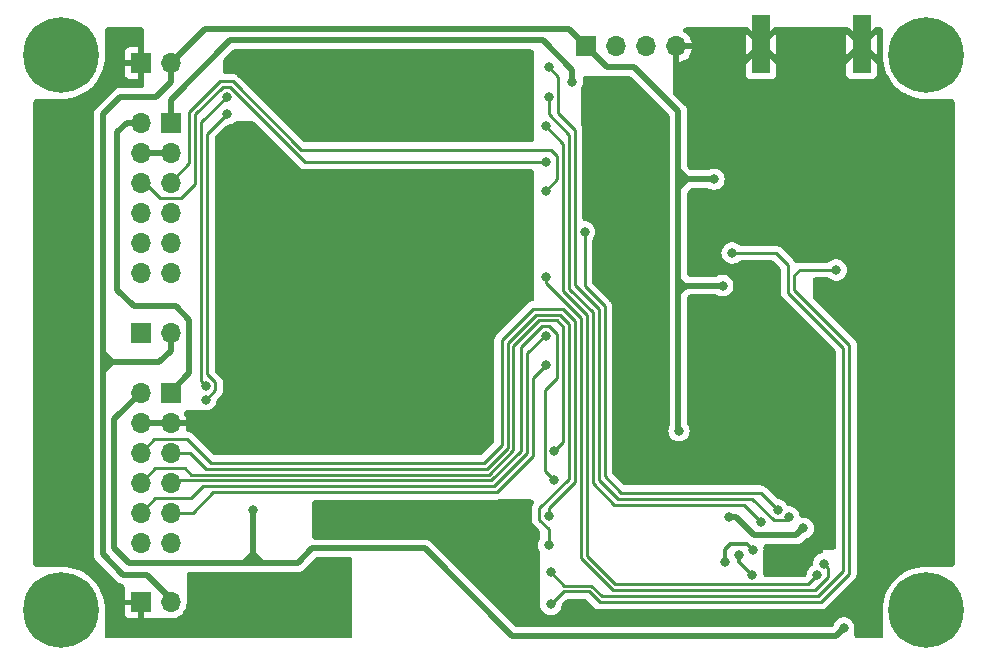
<source format=gbr>
%TF.GenerationSoftware,KiCad,Pcbnew,8.0.0*%
%TF.CreationDate,2024-02-29T15:38:19+07:00*%
%TF.ProjectId,PicoRX-ADC,5069636f-5258-42d4-9144-432e6b696361,rev?*%
%TF.SameCoordinates,PX79d4f70PY6146580*%
%TF.FileFunction,Copper,L2,Bot*%
%TF.FilePolarity,Positive*%
%FSLAX46Y46*%
G04 Gerber Fmt 4.6, Leading zero omitted, Abs format (unit mm)*
G04 Created by KiCad (PCBNEW 8.0.0) date 2024-02-29 15:38:19*
%MOMM*%
%LPD*%
G01*
G04 APERTURE LIST*
%TA.AperFunction,ComponentPad*%
%ADD10C,0.800000*%
%TD*%
%TA.AperFunction,ComponentPad*%
%ADD11C,6.400000*%
%TD*%
%TA.AperFunction,ComponentPad*%
%ADD12R,1.700000X1.700000*%
%TD*%
%TA.AperFunction,ComponentPad*%
%ADD13O,1.700000X1.700000*%
%TD*%
%TA.AperFunction,SMDPad,CuDef*%
%ADD14R,1.600000X4.900000*%
%TD*%
%TA.AperFunction,ViaPad*%
%ADD15C,0.800000*%
%TD*%
%TA.AperFunction,Conductor*%
%ADD16C,0.500000*%
%TD*%
%TA.AperFunction,Conductor*%
%ADD17C,0.300000*%
%TD*%
%TA.AperFunction,Conductor*%
%ADD18C,0.250000*%
%TD*%
G04 APERTURE END LIST*
D10*
%TO.P,REF\u002A\u002A,1*%
%TO.N,N/C*%
X1100000Y3500000D03*
X1802944Y5197056D03*
X1802944Y1802944D03*
X3500000Y5900000D03*
D11*
X3500000Y3500000D03*
D10*
X3500000Y1100000D03*
X5197056Y5197056D03*
X5197056Y1802944D03*
X5900000Y3500000D03*
%TD*%
D12*
%TO.P,J4,1,Pin_1*%
%TO.N,GND*%
X10210000Y49830000D03*
D13*
%TO.P,J4,2,Pin_2*%
%TO.N,+5V*%
X12750000Y49830000D03*
%TD*%
D12*
%TO.P,J3,1,Pin_1*%
%TO.N,+3.3V*%
X12750000Y21920000D03*
D13*
%TO.P,J3,2,Pin_2*%
X10210000Y21920000D03*
%TO.P,J3,3,Pin_3*%
%TO.N,GND*%
X12750000Y19380000D03*
%TO.P,J3,4,Pin_4*%
X10210000Y19380000D03*
%TO.P,J3,5,Pin_5*%
%TO.N,GPIO2*%
X12750000Y16840000D03*
%TO.P,J3,6,Pin_6*%
%TO.N,GPIO3*%
X10210000Y16840000D03*
%TO.P,J3,7,Pin_7*%
%TO.N,GPIO4*%
X12750000Y14300000D03*
%TO.P,J3,8,Pin_8*%
%TO.N,GPIO5*%
X10210000Y14300000D03*
%TO.P,J3,9,Pin_9*%
%TO.N,GPIO6*%
X12750000Y11760000D03*
%TO.P,J3,10,Pin_10*%
%TO.N,GPIO7*%
X10210000Y11760000D03*
%TO.P,J3,11,Pin_11*%
%TO.N,GPIO16*%
X12750000Y9220000D03*
%TO.P,J3,12,Pin_12*%
%TO.N,GPIO17*%
X10210000Y9220000D03*
%TD*%
D10*
%TO.P,REF\u002A\u002A,1*%
%TO.N,N/C*%
X74350000Y50500000D03*
X75052944Y52197056D03*
X75052944Y48802944D03*
X76750000Y52900000D03*
D11*
X76750000Y50500000D03*
D10*
X76750000Y48100000D03*
X78447056Y52197056D03*
X78447056Y48802944D03*
X79150000Y50500000D03*
%TD*%
D12*
%TO.P,J1,1,Pin_1*%
%TO.N,+5V*%
X47960000Y51250000D03*
D13*
%TO.P,J1,2,Pin_2*%
%TO.N,SWCLK*%
X50500000Y51250000D03*
%TO.P,J1,3,Pin_3*%
%TO.N,SWDIO*%
X53040000Y51250000D03*
%TO.P,J1,4,Pin_4*%
%TO.N,GND*%
X55580000Y51250000D03*
%TD*%
D10*
%TO.P,REF\u002A\u002A,1*%
%TO.N,N/C*%
X1100000Y50500000D03*
X1802944Y52197056D03*
X1802944Y48802944D03*
X3500000Y52900000D03*
D11*
X3500000Y50500000D03*
D10*
X3500000Y48100000D03*
X5197056Y52197056D03*
X5197056Y48802944D03*
X5900000Y50500000D03*
%TD*%
%TO.P,REF\u002A\u002A,1*%
%TO.N,N/C*%
X74350000Y3500000D03*
X75052944Y5197056D03*
X75052944Y1802944D03*
X76750000Y5900000D03*
D11*
X76750000Y3500000D03*
D10*
X76750000Y1100000D03*
X78447056Y5197056D03*
X78447056Y1802944D03*
X79150000Y3500000D03*
%TD*%
D12*
%TO.P,J5,1,Pin_1*%
%TO.N,+3.3V*%
X12750000Y44780000D03*
D13*
%TO.P,J5,2,Pin_2*%
X10210000Y44780000D03*
%TO.P,J5,3,Pin_3*%
%TO.N,GND*%
X12750000Y42240000D03*
%TO.P,J5,4,Pin_4*%
X10210000Y42240000D03*
%TO.P,J5,5,Pin_5*%
%TO.N,GPIO11*%
X12750000Y39700000D03*
%TO.P,J5,6,Pin_6*%
%TO.N,GPIO12*%
X10210000Y39700000D03*
%TO.P,J5,7,Pin_7*%
%TO.N,GPIO18*%
X12750000Y37160000D03*
%TO.P,J5,8,Pin_8*%
%TO.N,GPIO19*%
X10210000Y37160000D03*
%TO.P,J5,9,Pin_9*%
%TO.N,GPIO20*%
X12750000Y34620000D03*
%TO.P,J5,10,Pin_10*%
%TO.N,GPIO21*%
X10210000Y34620000D03*
%TO.P,J5,11,Pin_11*%
%TO.N,GPIO22*%
X12750000Y32080000D03*
%TO.P,J5,12,Pin_12*%
%TO.N,GPIO28*%
X10210000Y32080000D03*
%TD*%
D14*
%TO.P,J7,2,2*%
%TO.N,GND*%
X71250000Y51425000D03*
X62750000Y51425000D03*
%TD*%
D12*
%TO.P,J6,1,Pin_1*%
%TO.N,GND*%
X10210000Y4170000D03*
D13*
%TO.P,J6,2,Pin_2*%
%TO.N,+5V*%
X12750000Y4170000D03*
%TD*%
D12*
%TO.P,J2,1,Pin_1*%
%TO.N,GND*%
X10210000Y27000000D03*
D13*
%TO.P,J2,2,Pin_2*%
%TO.N,+5V*%
X12750000Y27000000D03*
%TD*%
D15*
%TO.N,+3.3V*%
X60000000Y11400000D03*
X66300000Y10450000D03*
X69750000Y2000000D03*
X19750000Y12000000D03*
X46750000Y48250000D03*
%TO.N,+5V*%
X59500000Y31000000D03*
X58750000Y40000000D03*
X55800000Y18700000D03*
%TO.N,ADC_RX_I*%
X59650000Y7600000D03*
X62050000Y8650000D03*
%TO.N,SCLK*%
X44750000Y47000000D03*
X62750000Y11000000D03*
%TO.N,ADC_RX_Q*%
X60875000Y8225000D03*
X61950000Y6500000D03*
%TO.N,~{CS}*%
X44500000Y44500000D03*
X67500000Y6500000D03*
%TO.N,CHSEL*%
X68050000Y7450000D03*
X44500000Y31750000D03*
%TO.N,SDATA_B*%
X47800000Y35550000D03*
X64150000Y12000000D03*
%TO.N,SDATA_A*%
X65100000Y11400000D03*
X44750000Y49500000D03*
%TO.N,GND*%
X50800000Y27950000D03*
X78500000Y28470000D03*
X64200000Y17800000D03*
X65750000Y51750000D03*
X58750000Y33250000D03*
X78500000Y31010000D03*
X50965000Y39750000D03*
X1750000Y20850000D03*
X1750000Y43710000D03*
X17600000Y33200000D03*
X69250000Y40000000D03*
X25250000Y10250000D03*
X1750000Y28470000D03*
X68750000Y45250000D03*
X71250000Y15000000D03*
X25250000Y22000000D03*
X36250000Y21250000D03*
X25250000Y17250000D03*
X18750000Y44500000D03*
X48250000Y48250000D03*
X78500000Y38630000D03*
X35000000Y12250000D03*
X39250000Y36500000D03*
X78500000Y20850000D03*
X32750000Y24500000D03*
X72750000Y10250000D03*
X39250000Y46750000D03*
X66500000Y43500000D03*
X58500000Y2500000D03*
X1750000Y15770000D03*
X39250000Y21250000D03*
X39250000Y8250000D03*
X39250000Y23750000D03*
X78500000Y18310000D03*
X78500000Y8150000D03*
X25250000Y40000000D03*
X47250000Y3750000D03*
X54500000Y24750000D03*
X78500000Y25930000D03*
X17750000Y43750000D03*
X56000000Y48750000D03*
X78500000Y33550000D03*
X64500000Y51250000D03*
X57000000Y24750000D03*
X71000000Y27000000D03*
X60750000Y48750000D03*
X48250000Y39750000D03*
X35000000Y10250000D03*
X66650000Y11800000D03*
X60750000Y50500000D03*
X32000000Y36500000D03*
X58500000Y48750000D03*
X32000000Y30250000D03*
X39250000Y6250000D03*
X62500000Y24500000D03*
X1750000Y41170000D03*
X39250000Y27000000D03*
X78500000Y41170000D03*
X66500000Y41500000D03*
X27750000Y50500000D03*
X15500000Y4250000D03*
X56250000Y2500000D03*
X61250000Y41500000D03*
X78500000Y23390000D03*
X1750000Y38630000D03*
X62650000Y17800000D03*
X30000000Y12250000D03*
X62650000Y19300000D03*
X39250000Y30250000D03*
X68250000Y50250000D03*
X25250000Y50500000D03*
X78500000Y36090000D03*
X1750000Y31010000D03*
X39250000Y10250000D03*
X17000000Y42500000D03*
X51000000Y31500000D03*
X78500000Y15770000D03*
X78500000Y43710000D03*
X18750000Y34250000D03*
X69000000Y30500000D03*
X64000000Y24500000D03*
X53250000Y24750000D03*
X58500000Y38000000D03*
X57000000Y27250000D03*
X30250000Y22000000D03*
X1750000Y23390000D03*
X25250000Y12250000D03*
X25250000Y33400000D03*
X1750000Y8150000D03*
X1750000Y10690000D03*
X78500000Y46250000D03*
X39250000Y12250000D03*
X1750000Y13230000D03*
X48250000Y37000000D03*
X51000000Y38500000D03*
X32000000Y33500000D03*
X32000000Y46750000D03*
X25250000Y2250000D03*
X66250000Y14000000D03*
X25250000Y30250000D03*
X17600000Y49650000D03*
X66500000Y45250000D03*
X30000000Y10250000D03*
X66250000Y12750000D03*
X1750000Y18310000D03*
X1750000Y33550000D03*
X71250000Y17750000D03*
X59500000Y24500000D03*
X1750000Y46250000D03*
X32000000Y40000000D03*
X25250000Y43750000D03*
X15500000Y6250000D03*
X71250000Y23750000D03*
X53000000Y2500000D03*
X61250000Y44750000D03*
X60200000Y32350000D03*
X1750000Y36090000D03*
X25250000Y6500000D03*
X72250000Y3750000D03*
X35250000Y17250000D03*
X48250000Y42250000D03*
X32250000Y49000000D03*
X25250000Y46750000D03*
X25250000Y19500000D03*
X67600000Y2600000D03*
X78500000Y13230000D03*
X39250000Y40000000D03*
X39250000Y33250000D03*
X51000000Y34500000D03*
X32000000Y27000000D03*
X78500000Y10690000D03*
X68250000Y52250000D03*
X51250000Y48250000D03*
X51750000Y24750000D03*
X25250000Y36500000D03*
X39250000Y43750000D03*
X1750000Y25930000D03*
X69000000Y29000000D03*
X64500000Y7500000D03*
X25250000Y27000000D03*
X72250000Y1600000D03*
X60750000Y52500000D03*
X71250000Y20500000D03*
X33000000Y19500000D03*
X61250000Y43000000D03*
X68500000Y2600000D03*
X32000000Y43750000D03*
X49000000Y32500000D03*
X70250000Y46750000D03*
X49000000Y2500000D03*
%TO.N,GPIO4*%
X45250000Y14500000D03*
%TO.N,GPIO16*%
X15750000Y22500000D03*
X17500000Y47000000D03*
%TO.N,GPIO5*%
X45250000Y17000000D03*
%TO.N,GPIO12*%
X44500000Y41500000D03*
%TO.N,GPIO2*%
X44750000Y9000000D03*
%TO.N,GPIO3*%
X44750000Y11500000D03*
%TO.N,GPIO11*%
X44500000Y39000000D03*
%TO.N,GPIO17*%
X15750000Y21350000D03*
X17500000Y45500000D03*
%TO.N,GPIO7*%
X44500000Y26750000D03*
%TO.N,GPIO6*%
X44500000Y24250000D03*
%TO.N,LO_I*%
X44950000Y6750000D03*
X60300000Y33750000D03*
%TO.N,LO_Q*%
X44950000Y4000000D03*
X69117500Y32325000D03*
%TD*%
D16*
%TO.N,+3.3V*%
X19750000Y8250000D02*
X20500000Y7500000D01*
X8250000Y30625000D02*
X8250000Y44000000D01*
X23500000Y7500000D02*
X24750000Y8750000D01*
X20500000Y7500000D02*
X21250000Y7500000D01*
X21250000Y7500000D02*
X23500000Y7500000D01*
X9250000Y7500000D02*
X8000000Y8750000D01*
X44250000Y51750000D02*
X17750000Y51750000D01*
X46750000Y48250000D02*
X46750000Y49250000D01*
X69075000Y1325000D02*
X69750000Y2000000D01*
X19750000Y7500000D02*
X21250000Y7500000D01*
X62150000Y9850000D02*
X65700000Y9850000D01*
X12750000Y21920000D02*
X12750000Y22000000D01*
X13200000Y29250000D02*
X9625000Y29250000D01*
X24750000Y8750000D02*
X34250000Y8750000D01*
X8000000Y19710000D02*
X10210000Y21920000D01*
X60000000Y11400000D02*
X60600000Y11400000D01*
X9625000Y29250000D02*
X8250000Y30625000D01*
X65700000Y9850000D02*
X66300000Y10450000D01*
X14350000Y23600000D02*
X14350000Y28100000D01*
X19000000Y7500000D02*
X9250000Y7500000D01*
X17750000Y51750000D02*
X12750000Y46750000D01*
X19750000Y12000000D02*
X19750000Y8250000D01*
X12750000Y22000000D02*
X14350000Y23600000D01*
X8250000Y44000000D02*
X9030000Y44780000D01*
X19750000Y8250000D02*
X19750000Y7500000D01*
X19750000Y7500000D02*
X19000000Y7500000D01*
X41675000Y1325000D02*
X69075000Y1325000D01*
X46750000Y49250000D02*
X44250000Y51750000D01*
X14350000Y28100000D02*
X13200000Y29250000D01*
X12750000Y46750000D02*
X12750000Y44780000D01*
X9030000Y44780000D02*
X10210000Y44780000D01*
X60600000Y11400000D02*
X62150000Y9850000D01*
X8000000Y8750000D02*
X8000000Y19710000D01*
X19750000Y8250000D02*
X19000000Y7500000D01*
X34250000Y8750000D02*
X41675000Y1325000D01*
%TO.N,+5V*%
X52000000Y49500000D02*
X49710000Y49500000D01*
X12750000Y4170000D02*
X12750000Y4500000D01*
X7000000Y23750000D02*
X7000000Y24500000D01*
X12750000Y48250000D02*
X11500000Y47000000D01*
X55750000Y38750000D02*
X55750000Y33250000D01*
X56700000Y31000000D02*
X56250000Y31000000D01*
X55750000Y33250000D02*
X55750000Y32500000D01*
X55750000Y40750000D02*
X55750000Y45750000D01*
X55750000Y45750000D02*
X54875000Y46625000D01*
X7000000Y8250000D02*
X7000000Y23750000D01*
X56500000Y40000000D02*
X55750000Y40000000D01*
X56700000Y31000000D02*
X56350000Y31000000D01*
X54875000Y46625000D02*
X52000000Y49500000D01*
X8750000Y6500000D02*
X7000000Y8250000D01*
X47960000Y51250000D02*
X46460000Y52750000D01*
X55750000Y18750000D02*
X55750000Y30400000D01*
X55750000Y39250000D02*
X55750000Y40750000D01*
X7750000Y24500000D02*
X7000000Y25250000D01*
X11500000Y47000000D02*
X8500000Y47000000D01*
X46460000Y52750000D02*
X15670000Y52750000D01*
X7000000Y25250000D02*
X7000000Y24500000D01*
X11750000Y24500000D02*
X7750000Y24500000D01*
X12750000Y25500000D02*
X11750000Y24500000D01*
X10750000Y6500000D02*
X8750000Y6500000D01*
X55750000Y30400000D02*
X55750000Y31500000D01*
X49710000Y49500000D02*
X47960000Y51250000D01*
X56500000Y40000000D02*
X55750000Y39250000D01*
X8500000Y47000000D02*
X7000000Y45500000D01*
X55750000Y38750000D02*
X55750000Y39250000D01*
X56500000Y40000000D02*
X55750000Y40750000D01*
X56350000Y31000000D02*
X55750000Y30400000D01*
X55750000Y33250000D02*
X55750000Y31500000D01*
X56250000Y31000000D02*
X55750000Y31500000D01*
X15670000Y52750000D02*
X12750000Y49830000D01*
X55800000Y18700000D02*
X55750000Y18750000D01*
X12750000Y49830000D02*
X12750000Y48250000D01*
X59500000Y31000000D02*
X56700000Y31000000D01*
X12750000Y4500000D02*
X10750000Y6500000D01*
X55750000Y40000000D02*
X55750000Y38750000D01*
X7750000Y24500000D02*
X7000000Y24500000D01*
X7000000Y45500000D02*
X7000000Y25250000D01*
X12750000Y27000000D02*
X12750000Y25500000D01*
X58750000Y40000000D02*
X56500000Y40000000D01*
X7750000Y24500000D02*
X7000000Y23750000D01*
D17*
%TO.N,ADC_RX_I*%
X61550000Y9150000D02*
X60150000Y9150000D01*
X62050000Y8650000D02*
X61550000Y9150000D01*
X60150000Y9150000D02*
X59650000Y8650000D01*
X59650000Y8650000D02*
X59650000Y7600000D01*
D18*
%TO.N,SCLK*%
X61300000Y12450000D02*
X50300000Y12450000D01*
X46500000Y43750000D02*
X44750000Y45500000D01*
X50300000Y12450000D02*
X48500000Y14250000D01*
X48500000Y28750000D02*
X46500000Y30750000D01*
X44750000Y45500000D02*
X44750000Y47000000D01*
X46500000Y30750000D02*
X46500000Y43750000D01*
X62750000Y11000000D02*
X61300000Y12450000D01*
X48500000Y14250000D02*
X48500000Y28750000D01*
D17*
%TO.N,ADC_RX_Q*%
X61950000Y6500000D02*
X60875000Y7575000D01*
X60875000Y7575000D02*
X60875000Y8225000D01*
D18*
%TO.N,~{CS}*%
X67500000Y6500000D02*
X66700000Y5700000D01*
X50400000Y5700000D02*
X48000000Y8100000D01*
X48000000Y8100000D02*
X48000000Y28550000D01*
X66700000Y5700000D02*
X50400000Y5700000D01*
X46000000Y43000000D02*
X44500000Y44500000D01*
X46000000Y30550000D02*
X46000000Y43000000D01*
X48000000Y28550000D02*
X46000000Y30550000D01*
%TO.N,CHSEL*%
X68050000Y7450000D02*
X68450000Y7050000D01*
X47500000Y28250000D02*
X44500000Y31250000D01*
X44500000Y31250000D02*
X44500000Y31750000D01*
X47500000Y7892893D02*
X47500000Y28250000D01*
X68450000Y7050000D02*
X68450000Y6350000D01*
X67300000Y5200000D02*
X50192893Y5200000D01*
X68450000Y6350000D02*
X67300000Y5200000D01*
X50192893Y5200000D02*
X47500000Y7892893D01*
%TO.N,SDATA_B*%
X62700000Y13450000D02*
X50900000Y13450000D01*
X49500000Y14850000D02*
X49500000Y29250000D01*
X49500000Y29250000D02*
X47800000Y30950000D01*
X50900000Y13450000D02*
X49500000Y14850000D01*
X64150000Y12000000D02*
X62700000Y13450000D01*
X47800000Y30950000D02*
X47800000Y35550000D01*
%TO.N,SDATA_A*%
X63800000Y11150000D02*
X62000000Y12950000D01*
X50600000Y12950000D02*
X49000000Y14550000D01*
X47000000Y31050000D02*
X47000000Y44150000D01*
X65100000Y11400000D02*
X64850000Y11150000D01*
X45550000Y45600000D02*
X45550000Y48700000D01*
X49000000Y29050000D02*
X47000000Y31050000D01*
X62000000Y12950000D02*
X50600000Y12950000D01*
X64850000Y11150000D02*
X63800000Y11150000D01*
X47000000Y44150000D02*
X45550000Y45600000D01*
X49000000Y14550000D02*
X49000000Y29050000D01*
X45550000Y48700000D02*
X44750000Y49500000D01*
%TO.N,GPIO4*%
X45500000Y23200000D02*
X44450000Y22150000D01*
X39917894Y14500000D02*
X42408947Y16991053D01*
X42408947Y16991053D02*
X42408947Y25758947D01*
X12950000Y14500000D02*
X39917894Y14500000D01*
X44450000Y22150000D02*
X44450000Y15300000D01*
X44200000Y27550000D02*
X44825000Y27550000D01*
X42408947Y25758947D02*
X44200000Y27550000D01*
X44450000Y15300000D02*
X45250000Y14500000D01*
X12750000Y14300000D02*
X12950000Y14500000D01*
X44825000Y27550000D02*
X45500000Y26875000D01*
X45500000Y26875000D02*
X45500000Y23200000D01*
%TO.N,GPIO16*%
X15350000Y22900000D02*
X15350000Y44850000D01*
X15750000Y22500000D02*
X15350000Y22900000D01*
X15350000Y44850000D02*
X17500000Y47000000D01*
%TO.N,GPIO5*%
X39710788Y15000000D02*
X41780394Y17069606D01*
X43950000Y28050000D02*
X45450000Y28050000D01*
X45450000Y28050000D02*
X46000000Y27500000D01*
X41780394Y25880394D02*
X43950000Y28050000D01*
X10210000Y14300000D02*
X11460000Y15550000D01*
X14500000Y15000000D02*
X39710788Y15000000D01*
X46000000Y27500000D02*
X46000000Y17750000D01*
X11460000Y15550000D02*
X13950000Y15550000D01*
X41780394Y17069606D02*
X41780394Y25880394D01*
X46000000Y17750000D02*
X45250000Y17000000D01*
X13950000Y15550000D02*
X14500000Y15000000D01*
%TO.N,GPIO12*%
X10210000Y39700000D02*
X10550000Y39700000D01*
X14850000Y39600000D02*
X14850000Y45500000D01*
X17796016Y47800000D02*
X24096016Y41500000D01*
X14850000Y45500000D02*
X17150000Y47800000D01*
X13650000Y38400000D02*
X14850000Y39600000D01*
X10550000Y39700000D02*
X11850000Y38400000D01*
X11850000Y38400000D02*
X13650000Y38400000D01*
X17150000Y47800000D02*
X17796016Y47800000D01*
X24096016Y41500000D02*
X44500000Y41500000D01*
%TO.N,GPIO2*%
X41280394Y26130394D02*
X43700000Y28550000D01*
X43975000Y12128984D02*
X43975000Y11178984D01*
X46500000Y27750000D02*
X46500000Y14653984D01*
X45700000Y28550000D02*
X46500000Y27750000D01*
X39503682Y15500000D02*
X41280394Y17276712D01*
X46500000Y14653984D02*
X43975000Y12128984D01*
X15750000Y15500000D02*
X39503682Y15500000D01*
X43700000Y28550000D02*
X45700000Y28550000D01*
X14410000Y16840000D02*
X15750000Y15500000D01*
X41280394Y17276712D02*
X41280394Y26130394D01*
X12750000Y16840000D02*
X14410000Y16840000D01*
X43975000Y11178984D02*
X44750000Y10403984D01*
X44750000Y10403984D02*
X44750000Y9000000D01*
%TO.N,GPIO3*%
X40780394Y26380394D02*
X43450000Y29050000D01*
X10210000Y16840000D02*
X11370000Y18000000D01*
X14150000Y18000000D02*
X16150000Y16000000D01*
X47000000Y14406763D02*
X44750000Y12156763D01*
X47000000Y28000000D02*
X47000000Y14406763D01*
X16150000Y16000000D02*
X39296576Y16000000D01*
X44750000Y12156763D02*
X44750000Y11500000D01*
X39296576Y16000000D02*
X40780394Y17483818D01*
X11370000Y18000000D02*
X14150000Y18000000D01*
X43450000Y29050000D02*
X45950000Y29050000D01*
X45950000Y29050000D02*
X47000000Y28000000D01*
X40780394Y17483818D02*
X40780394Y26380394D01*
%TO.N,GPIO11*%
X23803122Y42500000D02*
X45000000Y42500000D01*
X14350000Y41400000D02*
X14350000Y45707106D01*
X12750000Y39700000D02*
X12750000Y39800000D01*
X45000000Y42500000D02*
X45500000Y42000000D01*
X12750000Y39800000D02*
X14350000Y41400000D01*
X16942894Y48300000D02*
X18003122Y48300000D01*
X45500000Y40000000D02*
X44500000Y39000000D01*
X14350000Y45707106D02*
X16942894Y48300000D01*
X18003122Y48300000D02*
X23803122Y42500000D01*
X45500000Y42000000D02*
X45500000Y40000000D01*
%TO.N,GPIO17*%
X15750000Y21350000D02*
X16550000Y22150000D01*
X15850000Y43850000D02*
X17500000Y45500000D01*
X16550000Y22796016D02*
X15850000Y23496016D01*
X15850000Y23496016D02*
X15850000Y43850000D01*
X16550000Y22150000D02*
X16550000Y22796016D01*
%TO.N,GPIO7*%
X11450000Y13000000D02*
X14500000Y13000000D01*
X42950000Y16825000D02*
X42950000Y25250000D01*
X14500000Y13000000D02*
X15500000Y14000000D01*
X42950000Y25250000D02*
X44450000Y26750000D01*
X10210000Y11760000D02*
X11450000Y13000000D01*
X40125000Y14000000D02*
X42950000Y16825000D01*
X44450000Y26750000D02*
X44500000Y26750000D01*
X15500000Y14000000D02*
X40125000Y14000000D01*
%TO.N,GPIO6*%
X43450000Y16600000D02*
X43450000Y23200000D01*
X40350000Y13500000D02*
X43450000Y16600000D01*
X43450000Y23200000D02*
X44500000Y24250000D01*
X14635000Y11760000D02*
X16375000Y13500000D01*
X16375000Y13500000D02*
X40350000Y13500000D01*
X12750000Y11760000D02*
X14635000Y11760000D01*
%TO.N,LO_I*%
X65050000Y30400000D02*
X69700000Y25750000D01*
X49278681Y4700000D02*
X48378681Y5600000D01*
X46100000Y5600000D02*
X44950000Y6750000D01*
X60300000Y33750000D02*
X64000000Y33750000D01*
X48378681Y5600000D02*
X46100000Y5600000D01*
X67550000Y4700000D02*
X49278681Y4700000D01*
X69700000Y25750000D02*
X69700000Y6850000D01*
X69700000Y6850000D02*
X67550000Y4700000D01*
X64000000Y33750000D02*
X65050000Y32700000D01*
X65050000Y32700000D02*
X65050000Y30400000D01*
%TO.N,LO_Q*%
X46050000Y5100000D02*
X44950000Y4000000D01*
X65575000Y30625000D02*
X70200000Y26000000D01*
X49071575Y4200000D02*
X48171575Y5100000D01*
X70200000Y26000000D02*
X70200000Y6600000D01*
X70200000Y6600000D02*
X67800000Y4200000D01*
X69117500Y32325000D02*
X66025000Y32325000D01*
X65575000Y31875000D02*
X65575000Y30625000D01*
X66025000Y32325000D02*
X65575000Y31875000D01*
X67800000Y4200000D02*
X49071575Y4200000D01*
X48171575Y5100000D02*
X46050000Y5100000D01*
%TD*%
%TA.AperFunction,Conductor*%
%TO.N,GND*%
G36*
X10346288Y52855546D02*
G01*
X10427070Y52801570D01*
X10481046Y52720788D01*
X10500000Y52625500D01*
X10500000Y51323139D01*
X10481046Y51227851D01*
X10460000Y51196353D01*
X10460000Y50263012D01*
X10402993Y50295925D01*
X10275826Y50330000D01*
X10144174Y50330000D01*
X10017007Y50295925D01*
X9960000Y50263012D01*
X9960000Y51179999D01*
X9959999Y51180000D01*
X9312167Y51180000D01*
X9252628Y51173599D01*
X9252621Y51173597D01*
X9117912Y51123354D01*
X9002812Y51037190D01*
X9002810Y51037188D01*
X8916646Y50922088D01*
X8866403Y50787379D01*
X8866401Y50787372D01*
X8860000Y50727833D01*
X8860000Y50080001D01*
X8860001Y50080000D01*
X9776988Y50080000D01*
X9744075Y50022993D01*
X9710000Y49895826D01*
X9710000Y49764174D01*
X9744075Y49637007D01*
X9776988Y49580000D01*
X8860001Y49580000D01*
X8860000Y49579999D01*
X8860000Y48932168D01*
X8866401Y48872629D01*
X8866403Y48872622D01*
X8916646Y48737913D01*
X9002810Y48622813D01*
X9002812Y48622811D01*
X9117912Y48536647D01*
X9252621Y48486404D01*
X9252628Y48486402D01*
X9312167Y48480001D01*
X9312175Y48480000D01*
X9959999Y48480000D01*
X9960000Y48480001D01*
X9960000Y49396988D01*
X10017007Y49364075D01*
X10144174Y49330000D01*
X10275826Y49330000D01*
X10402993Y49364075D01*
X10460000Y49396988D01*
X10460000Y48463648D01*
X10481046Y48432149D01*
X10500000Y48336861D01*
X10500000Y47999500D01*
X10481046Y47904212D01*
X10427070Y47823430D01*
X10346288Y47769454D01*
X10251000Y47750500D01*
X8426079Y47750500D01*
X8281088Y47721659D01*
X8144507Y47665085D01*
X8144503Y47665083D01*
X8021587Y47582954D01*
X6417044Y45978412D01*
X6400761Y45954040D01*
X6400758Y45954035D01*
X6334917Y45855497D01*
X6334915Y45855493D01*
X6278341Y45718912D01*
X6249500Y45573921D01*
X6249500Y8176080D01*
X6278341Y8031089D01*
X6278342Y8031086D01*
X6334912Y7894513D01*
X6334916Y7894505D01*
X6355071Y7864341D01*
X6355072Y7864339D01*
X6417044Y7771589D01*
X6417045Y7771588D01*
X6417048Y7771584D01*
X8271584Y5917048D01*
X8335265Y5874499D01*
X8394503Y5834917D01*
X8394504Y5834917D01*
X8394505Y5834916D01*
X8449767Y5812026D01*
X8449774Y5812023D01*
X8449776Y5812022D01*
X8531084Y5778342D01*
X8531086Y5778342D01*
X8531088Y5778341D01*
X8569631Y5770675D01*
X8647242Y5755236D01*
X8647241Y5755235D01*
X8647264Y5755233D01*
X8649614Y5754765D01*
X8739366Y5717574D01*
X8808055Y5648865D01*
X8845222Y5559100D01*
X8850000Y5510557D01*
X8850000Y4851061D01*
X8853335Y4843755D01*
X8860000Y4786528D01*
X8860000Y4420001D01*
X8860001Y4420000D01*
X9776988Y4420000D01*
X9744075Y4362993D01*
X9710000Y4235826D01*
X9710000Y4104174D01*
X9744075Y3977007D01*
X9776988Y3920000D01*
X8860001Y3920000D01*
X8860000Y3919999D01*
X8860000Y3272168D01*
X8866401Y3212629D01*
X8866403Y3212622D01*
X8916646Y3077913D01*
X9002810Y2962813D01*
X9002812Y2962811D01*
X9117912Y2876647D01*
X9252621Y2826404D01*
X9252628Y2826402D01*
X9312167Y2820001D01*
X9312175Y2820000D01*
X9959999Y2820000D01*
X9960000Y2820001D01*
X9960000Y3736988D01*
X10017007Y3704075D01*
X10144174Y3670000D01*
X10275826Y3670000D01*
X10402993Y3704075D01*
X10460000Y3736988D01*
X10460000Y2820001D01*
X10460001Y2820000D01*
X11107825Y2820000D01*
X11107832Y2820001D01*
X11167371Y2826402D01*
X11167381Y2826404D01*
X11188555Y2834301D01*
X11275570Y2850000D01*
X12425595Y2850000D01*
X12490038Y2841516D01*
X12493139Y2840686D01*
X12514592Y2834937D01*
X12514596Y2834937D01*
X12514598Y2834936D01*
X12749995Y2814341D01*
X12750000Y2814341D01*
X12750005Y2814341D01*
X12985401Y2834936D01*
X12985403Y2834937D01*
X12985408Y2834937D01*
X13213663Y2896097D01*
X13427830Y2995965D01*
X13621401Y3131505D01*
X13788495Y3298599D01*
X13924035Y3492170D01*
X14023903Y3706337D01*
X14085063Y3934592D01*
X14094196Y4038974D01*
X14094736Y4045149D01*
X14100000Y4063210D01*
X14100000Y4094447D01*
X14100948Y4116149D01*
X14105659Y4169995D01*
X14105659Y4170006D01*
X14100948Y4223849D01*
X14100000Y4245552D01*
X14100000Y6500500D01*
X14118954Y6595788D01*
X14172930Y6676570D01*
X14253712Y6730546D01*
X14349000Y6749500D01*
X23573919Y6749500D01*
X23573919Y6749501D01*
X23718913Y6778342D01*
X23855495Y6834916D01*
X23906904Y6869266D01*
X23978416Y6917048D01*
X24987938Y7926570D01*
X25068720Y7980546D01*
X25164008Y7999500D01*
X27901000Y7999500D01*
X27996288Y7980546D01*
X28077070Y7926570D01*
X28131046Y7845788D01*
X28150000Y7750500D01*
X28150000Y3306311D01*
X28142381Y3245187D01*
X28138867Y3231314D01*
X28138866Y3231308D01*
X28119700Y3000000D01*
X28138866Y2768692D01*
X28138867Y2768687D01*
X28142379Y2754822D01*
X28150000Y2693691D01*
X28150000Y1374500D01*
X28131046Y1279212D01*
X28077070Y1198430D01*
X27996288Y1144454D01*
X27901000Y1125500D01*
X7449000Y1125500D01*
X7353712Y1144454D01*
X7272930Y1198430D01*
X7218954Y1279212D01*
X7200000Y1374500D01*
X7200000Y3387043D01*
X7200341Y3400074D01*
X7203287Y3456294D01*
X7205578Y3500000D01*
X7185278Y3887338D01*
X7124602Y4270433D01*
X7024214Y4645087D01*
X6885214Y5007194D01*
X6709125Y5352789D01*
X6586559Y5541524D01*
X6497875Y5678086D01*
X6253786Y5979510D01*
X6253785Y5979511D01*
X6253781Y5979516D01*
X5979516Y6253781D01*
X5979509Y6253787D01*
X5678085Y6497876D01*
X5352789Y6709125D01*
X5352784Y6709128D01*
X5007195Y6885214D01*
X4826140Y6954714D01*
X4645087Y7024214D01*
X4270433Y7124602D01*
X4270429Y7124603D01*
X4270428Y7124603D01*
X3887344Y7185277D01*
X3887345Y7185277D01*
X3887343Y7185278D01*
X3887338Y7185278D01*
X3500000Y7205578D01*
X3499999Y7205578D01*
X3400074Y7200341D01*
X3387043Y7200000D01*
X1374500Y7200000D01*
X1279212Y7218954D01*
X1198430Y7272930D01*
X1144454Y7353712D01*
X1125500Y7449000D01*
X1125500Y46551000D01*
X1144454Y46646288D01*
X1198430Y46727070D01*
X1279212Y46781046D01*
X1374500Y46800000D01*
X3387043Y46800000D01*
X3400074Y46799659D01*
X3500000Y46794422D01*
X3887338Y46814722D01*
X4270433Y46875398D01*
X4645087Y46975786D01*
X5007194Y47114786D01*
X5352789Y47290875D01*
X5678084Y47502124D01*
X5979516Y47746219D01*
X6253781Y48020484D01*
X6497876Y48321916D01*
X6709125Y48647211D01*
X6885214Y48992806D01*
X7024214Y49354913D01*
X7124602Y49729567D01*
X7185278Y50112662D01*
X7205578Y50500000D01*
X7200341Y50599928D01*
X7200000Y50612959D01*
X7200000Y52625500D01*
X7218954Y52720788D01*
X7272930Y52801570D01*
X7353712Y52855546D01*
X7449000Y52874500D01*
X10251000Y52874500D01*
X10346288Y52855546D01*
G37*
%TD.AperFunction*%
%TA.AperFunction,Conductor*%
G36*
X61480378Y52861032D02*
G01*
X61548087Y52874500D01*
X61550913Y52874500D01*
X61646201Y52855546D01*
X61726983Y52801570D01*
X62750000Y51778554D01*
X63773017Y52801570D01*
X63853799Y52855546D01*
X63949087Y52874500D01*
X63951913Y52874500D01*
X64019621Y52861032D01*
X64087330Y52874500D01*
X69912670Y52874500D01*
X69980378Y52861032D01*
X70048087Y52874500D01*
X70050913Y52874500D01*
X70146201Y52855546D01*
X70226983Y52801570D01*
X71250000Y51778554D01*
X72273017Y52801570D01*
X72353799Y52855546D01*
X72449087Y52874500D01*
X72451913Y52874500D01*
X72519621Y52861032D01*
X72587330Y52874500D01*
X72801000Y52874500D01*
X72896288Y52855546D01*
X72977070Y52801570D01*
X73031046Y52720788D01*
X73050000Y52625500D01*
X73050000Y50612959D01*
X73049659Y50599928D01*
X73047659Y50561764D01*
X73032878Y50503564D01*
X73047658Y50438246D01*
X73064722Y50112662D01*
X73064722Y50112657D01*
X73064723Y50112655D01*
X73122828Y49745790D01*
X73125398Y49729567D01*
X73225786Y49354913D01*
X73237684Y49323918D01*
X73364786Y48992805D01*
X73540872Y48647216D01*
X73540875Y48647211D01*
X73752124Y48321915D01*
X73925539Y48107766D01*
X73996219Y48020484D01*
X74270484Y47746219D01*
X74270489Y47746215D01*
X74270490Y47746214D01*
X74571914Y47502125D01*
X74706833Y47414508D01*
X74897211Y47290875D01*
X74897215Y47290873D01*
X75193693Y47139810D01*
X75242806Y47114786D01*
X75604913Y46975786D01*
X75979567Y46875398D01*
X76362662Y46814722D01*
X76750000Y46794422D01*
X76849926Y46799659D01*
X76862957Y46800000D01*
X78875500Y46800000D01*
X78970788Y46781046D01*
X79051570Y46727070D01*
X79105546Y46646288D01*
X79124500Y46551000D01*
X79124500Y7449000D01*
X79105546Y7353712D01*
X79051570Y7272930D01*
X78970788Y7218954D01*
X78875500Y7200000D01*
X76862957Y7200000D01*
X76849926Y7200341D01*
X76750000Y7205578D01*
X76362662Y7185278D01*
X76362656Y7185278D01*
X76362654Y7185277D01*
X75979571Y7124603D01*
X75979567Y7124603D01*
X75979567Y7124602D01*
X75951584Y7117104D01*
X75604913Y7024214D01*
X75242804Y6885214D01*
X74897215Y6709128D01*
X74897210Y6709125D01*
X74571914Y6497876D01*
X74270490Y6253787D01*
X73996213Y5979510D01*
X73752124Y5678086D01*
X73540875Y5352790D01*
X73540872Y5352785D01*
X73364786Y5007196D01*
X73274968Y4773211D01*
X73225786Y4645087D01*
X73172808Y4447368D01*
X73125397Y4270429D01*
X73064723Y3887346D01*
X73064722Y3887338D01*
X73044422Y3500000D01*
X73049659Y3400074D01*
X73050000Y3387043D01*
X73050000Y1374500D01*
X73031046Y1279212D01*
X72977070Y1198430D01*
X72896288Y1144454D01*
X72801000Y1125500D01*
X70899000Y1125500D01*
X70803712Y1144454D01*
X70722930Y1198430D01*
X70668954Y1279212D01*
X70650000Y1374500D01*
X70650000Y1935002D01*
X70651364Y1961029D01*
X70655460Y2000000D01*
X70635674Y2188256D01*
X70577179Y2368284D01*
X70482533Y2532216D01*
X70482531Y2532219D01*
X70482530Y2532220D01*
X70355873Y2672886D01*
X70355872Y2672887D01*
X70355871Y2672888D01*
X70243098Y2754822D01*
X70202728Y2784153D01*
X70029810Y2861142D01*
X70029796Y2861146D01*
X69844646Y2900500D01*
X69655354Y2900500D01*
X69470203Y2861146D01*
X69470189Y2861142D01*
X69297271Y2784153D01*
X69144126Y2672886D01*
X69017469Y2532220D01*
X68922821Y2368284D01*
X68922819Y2368280D01*
X68883592Y2247553D01*
X68836120Y2162786D01*
X68759822Y2102638D01*
X68666314Y2076267D01*
X68646780Y2075500D01*
X42089008Y2075500D01*
X41993720Y2094454D01*
X41912938Y2148430D01*
X38324575Y5736793D01*
X34728416Y9332952D01*
X34728412Y9332955D01*
X34728410Y9332957D01*
X34728411Y9332957D01*
X34654732Y9382185D01*
X34654729Y9382188D01*
X34654729Y9382187D01*
X34605495Y9415084D01*
X34468913Y9471658D01*
X34468911Y9471659D01*
X34323920Y9500500D01*
X34323918Y9500500D01*
X24999000Y9500500D01*
X24903712Y9519454D01*
X24822930Y9573430D01*
X24768954Y9654212D01*
X24750000Y9749500D01*
X24750000Y12625500D01*
X24768954Y12720788D01*
X24822930Y12801570D01*
X24903712Y12855546D01*
X24999000Y12874500D01*
X40411606Y12874500D01*
X40411607Y12874500D01*
X40466953Y12885509D01*
X40481449Y12888392D01*
X40481451Y12888393D01*
X40481458Y12888394D01*
X40515762Y12895218D01*
X40564330Y12900000D01*
X43272047Y12900000D01*
X43367335Y12881046D01*
X43448117Y12827070D01*
X43502093Y12746288D01*
X43521047Y12651000D01*
X43502093Y12555712D01*
X43479083Y12512663D01*
X43456202Y12478419D01*
X43456201Y12478418D01*
X43420688Y12425271D01*
X43399660Y12374502D01*
X43399659Y12374501D01*
X43373538Y12311440D01*
X43373537Y12311438D01*
X43349500Y12190589D01*
X43349500Y11117378D01*
X43353055Y11099506D01*
X43353056Y11099500D01*
X43372593Y11001276D01*
X43373536Y10996537D01*
X43373536Y10996535D01*
X43420689Y10882696D01*
X43454913Y10831478D01*
X43454914Y10831476D01*
X43463729Y10818284D01*
X43489142Y10780251D01*
X43576267Y10693126D01*
X43576269Y10693125D01*
X43977070Y10292324D01*
X44031046Y10211542D01*
X44050000Y10116254D01*
X44050000Y9655285D01*
X44031046Y9559997D01*
X44016641Y9530786D01*
X43922823Y9368288D01*
X43922821Y9368284D01*
X43911341Y9332952D01*
X43864325Y9188256D01*
X43844540Y9000000D01*
X43864325Y8811745D01*
X43882328Y8756340D01*
X43922821Y8631716D01*
X43922822Y8631715D01*
X43922823Y8631712D01*
X43922824Y8631710D01*
X44016640Y8469217D01*
X44047870Y8377219D01*
X44050000Y8344717D01*
X44050000Y6815000D01*
X44048636Y6788974D01*
X44044540Y6750000D01*
X44044593Y6749500D01*
X44048636Y6711029D01*
X44050000Y6685002D01*
X44050000Y4065001D01*
X44048636Y4038974D01*
X44037779Y3935678D01*
X44046926Y3919751D01*
X44058594Y3866280D01*
X44063272Y3821771D01*
X44064326Y3811744D01*
X44122821Y3631716D01*
X44148610Y3587048D01*
X44217469Y3467781D01*
X44344126Y3327115D01*
X44344129Y3327112D01*
X44456890Y3245187D01*
X44497271Y3215848D01*
X44670189Y3138859D01*
X44670192Y3138858D01*
X44670197Y3138856D01*
X44855354Y3099500D01*
X45044645Y3099500D01*
X45044646Y3099500D01*
X45229803Y3138856D01*
X45402730Y3215849D01*
X45555871Y3327112D01*
X45682533Y3467784D01*
X45777179Y3631716D01*
X45835674Y3811744D01*
X45848694Y3935632D01*
X45877504Y4028414D01*
X45920257Y4085669D01*
X46236160Y4401570D01*
X46316942Y4455546D01*
X46412229Y4474500D01*
X47809345Y4474500D01*
X47904633Y4455546D01*
X47985415Y4401570D01*
X48585714Y3801271D01*
X48585717Y3801267D01*
X48672842Y3714142D01*
X48775289Y3645689D01*
X48775291Y3645689D01*
X48775293Y3645687D01*
X48851178Y3614255D01*
X48889123Y3598537D01*
X48946879Y3587049D01*
X49009968Y3574500D01*
X49009969Y3574500D01*
X67861606Y3574500D01*
X67861607Y3574500D01*
X67924696Y3587049D01*
X67963025Y3594673D01*
X67982448Y3598536D01*
X67982448Y3598537D01*
X67982452Y3598537D01*
X68015782Y3612344D01*
X68015791Y3612346D01*
X68015791Y3612347D01*
X68096281Y3645686D01*
X68096280Y3645686D01*
X68096286Y3645688D01*
X68159992Y3688256D01*
X68198733Y3714142D01*
X68285858Y3801267D01*
X68285859Y3801270D01*
X70685858Y6201267D01*
X70754312Y6303715D01*
X70801463Y6417549D01*
X70825501Y6538394D01*
X70825501Y6661607D01*
X70825501Y6671880D01*
X70825500Y6671906D01*
X70825500Y26061605D01*
X70825500Y26061606D01*
X70801463Y26182452D01*
X70773691Y26249500D01*
X70754312Y26296285D01*
X70685858Y26398733D01*
X67172930Y29911661D01*
X67118954Y29992443D01*
X67100000Y30087731D01*
X67100000Y31450500D01*
X67118954Y31545788D01*
X67172930Y31626570D01*
X67253712Y31680546D01*
X67349000Y31699500D01*
X68365500Y31699500D01*
X68460788Y31680546D01*
X68511858Y31651945D01*
X68664768Y31540850D01*
X68664769Y31540849D01*
X68837689Y31463859D01*
X68837692Y31463858D01*
X68837697Y31463856D01*
X69022854Y31424500D01*
X69212145Y31424500D01*
X69212146Y31424500D01*
X69397303Y31463856D01*
X69539923Y31527355D01*
X69570228Y31540848D01*
X69570228Y31540849D01*
X69570230Y31540849D01*
X69723371Y31652112D01*
X69850033Y31792784D01*
X69944679Y31956716D01*
X70003174Y32136744D01*
X70022960Y32325000D01*
X70003174Y32513256D01*
X69944679Y32693284D01*
X69850033Y32857216D01*
X69850031Y32857219D01*
X69850030Y32857220D01*
X69723373Y32997886D01*
X69723372Y32997887D01*
X69723371Y32997888D01*
X69614324Y33077115D01*
X69570228Y33109153D01*
X69397310Y33186142D01*
X69397296Y33186146D01*
X69212146Y33225500D01*
X69022854Y33225500D01*
X68837703Y33186146D01*
X68837689Y33186142D01*
X68664769Y33109152D01*
X68664768Y33109151D01*
X68511858Y32998055D01*
X68423628Y32957380D01*
X68365500Y32950500D01*
X65963387Y32950500D01*
X65902971Y32938483D01*
X65902971Y32938482D01*
X65866613Y32931250D01*
X65836620Y32925284D01*
X65739465Y32925285D01*
X65649705Y32962465D01*
X65581007Y33031163D01*
X65535860Y33098730D01*
X65535858Y33098733D01*
X65448733Y33185858D01*
X65448729Y33185861D01*
X64485860Y34148730D01*
X64485858Y34148733D01*
X64398733Y34235858D01*
X64347509Y34270085D01*
X64329348Y34282220D01*
X64296288Y34304311D01*
X64296286Y34304312D01*
X64215792Y34337653D01*
X64215791Y34337654D01*
X64197554Y34345208D01*
X64182452Y34351463D01*
X64182449Y34351464D01*
X64182446Y34351465D01*
X64122032Y34363482D01*
X64061612Y34375500D01*
X64061607Y34375500D01*
X64061606Y34375500D01*
X61052000Y34375500D01*
X60956712Y34394454D01*
X60905642Y34423055D01*
X60752731Y34534151D01*
X60752730Y34534152D01*
X60579810Y34611142D01*
X60579796Y34611146D01*
X60394646Y34650500D01*
X60205354Y34650500D01*
X60020203Y34611146D01*
X60020189Y34611142D01*
X59847271Y34534153D01*
X59694126Y34422886D01*
X59567469Y34282220D01*
X59472822Y34118286D01*
X59414325Y33938256D01*
X59394540Y33750000D01*
X59414325Y33561745D01*
X59436721Y33492819D01*
X59472821Y33381716D01*
X59506191Y33323918D01*
X59567469Y33217781D01*
X59674661Y33098733D01*
X59694129Y33077112D01*
X59729285Y33051570D01*
X59847271Y32965848D01*
X60020189Y32888859D01*
X60020192Y32888858D01*
X60020197Y32888856D01*
X60205354Y32849500D01*
X60394645Y32849500D01*
X60394646Y32849500D01*
X60579803Y32888856D01*
X60691264Y32938482D01*
X60752730Y32965849D01*
X60752731Y32965850D01*
X60905642Y33076945D01*
X60993872Y33117620D01*
X61052000Y33124500D01*
X63637770Y33124500D01*
X63733058Y33105546D01*
X63813840Y33051570D01*
X64351570Y32513840D01*
X64405546Y32433058D01*
X64424500Y32337770D01*
X64424500Y30338390D01*
X64432235Y30299501D01*
X64432236Y30299501D01*
X64432236Y30299500D01*
X64448537Y30217548D01*
X64462347Y30184208D01*
X64462348Y30184206D01*
X64462347Y30184206D01*
X64481132Y30138856D01*
X64495688Y30103714D01*
X64522130Y30064142D01*
X64564142Y30001267D01*
X64651267Y29914142D01*
X64651270Y29914140D01*
X69001570Y25563840D01*
X69055546Y25483058D01*
X69074500Y25387770D01*
X69074500Y8899000D01*
X69055546Y8803712D01*
X69001570Y8722930D01*
X68920788Y8668954D01*
X68825500Y8650000D01*
X68000000Y8650000D01*
X67984223Y8527020D01*
X67953298Y8434918D01*
X67889481Y8361662D01*
X67802488Y8318403D01*
X67789022Y8315146D01*
X67770203Y8311146D01*
X67770189Y8311142D01*
X67597271Y8234153D01*
X67444126Y8122886D01*
X67317469Y7982220D01*
X67222822Y7818286D01*
X67222821Y7818284D01*
X67204092Y7760641D01*
X67164326Y7638257D01*
X67145297Y7457207D01*
X67116486Y7364422D01*
X67054362Y7289726D01*
X67044020Y7281790D01*
X66894126Y7172886D01*
X66767469Y7032220D01*
X66673390Y6869269D01*
X66672821Y6868284D01*
X66645299Y6783580D01*
X66614326Y6688257D01*
X66601305Y6564371D01*
X66572494Y6471586D01*
X66529744Y6414335D01*
X66520622Y6405212D01*
X66513846Y6398436D01*
X66433066Y6344457D01*
X66337779Y6325500D01*
X63199000Y6325500D01*
X63103712Y6344454D01*
X63022930Y6398430D01*
X62968954Y6479212D01*
X62950000Y6574500D01*
X62950000Y8585002D01*
X62951364Y8611030D01*
X62955460Y8650001D01*
X62955460Y8650002D01*
X62951364Y8688974D01*
X62950000Y8715000D01*
X62950000Y8850500D01*
X62968954Y8945788D01*
X63022930Y9026570D01*
X63103712Y9080546D01*
X63199000Y9099500D01*
X65773919Y9099500D01*
X65773919Y9099501D01*
X65918913Y9128342D01*
X66055495Y9184916D01*
X66117678Y9226465D01*
X66178416Y9267048D01*
X66426592Y9515226D01*
X66507366Y9569197D01*
X66550889Y9582711D01*
X66579803Y9588856D01*
X66752730Y9665849D01*
X66905871Y9777112D01*
X67032533Y9917784D01*
X67127179Y10081716D01*
X67185674Y10261744D01*
X67205460Y10450000D01*
X67185674Y10638256D01*
X67127179Y10818284D01*
X67032533Y10982216D01*
X67032531Y10982219D01*
X67032530Y10982220D01*
X66905873Y11122886D01*
X66905872Y11122887D01*
X66905871Y11122888D01*
X66783571Y11211744D01*
X66752728Y11234153D01*
X66579810Y11311142D01*
X66579796Y11311146D01*
X66394646Y11350500D01*
X66234864Y11350500D01*
X66139576Y11369454D01*
X66058794Y11423430D01*
X66004818Y11504212D01*
X65987228Y11573471D01*
X65987015Y11575500D01*
X65985674Y11588256D01*
X65927179Y11768284D01*
X65832533Y11932216D01*
X65832531Y11932219D01*
X65832530Y11932220D01*
X65705873Y12072886D01*
X65705872Y12072887D01*
X65705871Y12072888D01*
X65600868Y12149177D01*
X65552728Y12184153D01*
X65379810Y12261142D01*
X65379796Y12261146D01*
X65194646Y12300500D01*
X65160074Y12300500D01*
X65064786Y12319454D01*
X64984004Y12373430D01*
X64944433Y12425001D01*
X64944277Y12425271D01*
X64893822Y12512663D01*
X64882533Y12532217D01*
X64882530Y12532220D01*
X64755873Y12672886D01*
X64755872Y12672887D01*
X64755871Y12672888D01*
X64612460Y12777082D01*
X64602728Y12784153D01*
X64429810Y12861142D01*
X64429796Y12861146D01*
X64244646Y12900500D01*
X64237230Y12900500D01*
X64141942Y12919454D01*
X64061161Y12973430D01*
X63200054Y13834536D01*
X63200051Y13834540D01*
X63200051Y13834539D01*
X63185859Y13848731D01*
X63185858Y13848733D01*
X63098733Y13935858D01*
X63047509Y13970085D01*
X63046816Y13970548D01*
X62996288Y14004311D01*
X62996286Y14004312D01*
X62915792Y14037653D01*
X62915791Y14037654D01*
X62899122Y14044558D01*
X62882452Y14051463D01*
X62801580Y14067549D01*
X62801576Y14067550D01*
X62801573Y14067551D01*
X62761610Y14075500D01*
X62761607Y14075500D01*
X62761606Y14075500D01*
X51262230Y14075500D01*
X51166942Y14094454D01*
X51086160Y14148430D01*
X50198430Y15036160D01*
X50144454Y15116942D01*
X50125500Y15212230D01*
X50125500Y29311605D01*
X50110303Y29388008D01*
X50101463Y29432452D01*
X50092200Y29454813D01*
X50086361Y29468911D01*
X50086360Y29468913D01*
X50054312Y29546286D01*
X50015540Y29604311D01*
X50014752Y29605491D01*
X50014749Y29605495D01*
X49985858Y29648733D01*
X49898733Y29735858D01*
X49898729Y29735861D01*
X48498430Y31136160D01*
X48444454Y31216942D01*
X48425500Y31312230D01*
X48425500Y34803331D01*
X48444454Y34898619D01*
X48489456Y34969944D01*
X48532533Y35017784D01*
X48627179Y35181716D01*
X48685674Y35361744D01*
X48705460Y35550000D01*
X48685674Y35738256D01*
X48627179Y35918284D01*
X48532533Y36082216D01*
X48532531Y36082219D01*
X48532530Y36082220D01*
X48405873Y36222886D01*
X48405872Y36222887D01*
X48405871Y36222888D01*
X48261301Y36327924D01*
X48252728Y36334153D01*
X48079810Y36411142D01*
X48079796Y36411146D01*
X47894646Y36450500D01*
X47874500Y36450500D01*
X47779212Y36469454D01*
X47698430Y36523430D01*
X47644454Y36604212D01*
X47625500Y36699500D01*
X47625500Y44076085D01*
X47625501Y44076106D01*
X47625501Y44211607D01*
X47625500Y44211612D01*
X47601464Y44332449D01*
X47601463Y44332452D01*
X47591919Y44355492D01*
X47591916Y44355499D01*
X47563335Y44424501D01*
X47563333Y44424506D01*
X47554312Y44446285D01*
X47541962Y44464768D01*
X47504784Y44554528D01*
X47500000Y44603102D01*
X47500000Y47681319D01*
X47518954Y47776607D01*
X47533360Y47805819D01*
X47543528Y47823431D01*
X47577179Y47881716D01*
X47635674Y48061744D01*
X47655460Y48250000D01*
X47635674Y48438256D01*
X47635671Y48438264D01*
X47633340Y48449239D01*
X47632072Y48546385D01*
X47668077Y48636623D01*
X47735873Y48706212D01*
X47825140Y48744561D01*
X47876901Y48750000D01*
X49618773Y48750000D01*
X49628957Y48749500D01*
X49636082Y48749500D01*
X49636083Y48749500D01*
X49783918Y48749500D01*
X51585992Y48749500D01*
X51681280Y48730546D01*
X51762062Y48676570D01*
X54926570Y45512062D01*
X54980546Y45431280D01*
X54999500Y45335992D01*
X54999500Y19181134D01*
X54980546Y19085846D01*
X54977974Y19079858D01*
X54972819Y19068282D01*
X54914326Y18888259D01*
X54914326Y18888257D01*
X54894540Y18700000D01*
X54914325Y18511745D01*
X54943573Y18421730D01*
X54972821Y18331716D01*
X55067467Y18167784D01*
X55067469Y18167781D01*
X55194126Y18027115D01*
X55194129Y18027112D01*
X55308984Y17943665D01*
X55347271Y17915848D01*
X55520189Y17838859D01*
X55520192Y17838858D01*
X55520197Y17838856D01*
X55705354Y17799500D01*
X55894645Y17799500D01*
X55894646Y17799500D01*
X56079803Y17838856D01*
X56180135Y17883527D01*
X56252728Y17915848D01*
X56252728Y17915849D01*
X56252730Y17915849D01*
X56405871Y18027112D01*
X56532533Y18167784D01*
X56627179Y18331716D01*
X56685674Y18511744D01*
X56705460Y18700000D01*
X56685674Y18888256D01*
X56627179Y19068284D01*
X56533859Y19229920D01*
X56502630Y19321919D01*
X56500500Y19354419D01*
X56500500Y29985993D01*
X56519454Y30081281D01*
X56573430Y30162063D01*
X56587937Y30176570D01*
X56668719Y30230546D01*
X56764007Y30249500D01*
X58922265Y30249500D01*
X59017553Y30230546D01*
X59046762Y30216142D01*
X59047272Y30215848D01*
X59220189Y30138859D01*
X59220192Y30138858D01*
X59220197Y30138856D01*
X59405354Y30099500D01*
X59594645Y30099500D01*
X59594646Y30099500D01*
X59779803Y30138856D01*
X59952730Y30215849D01*
X60105871Y30327112D01*
X60232533Y30467784D01*
X60327179Y30631716D01*
X60385674Y30811744D01*
X60405460Y31000000D01*
X60385674Y31188256D01*
X60327179Y31368284D01*
X60232533Y31532216D01*
X60232531Y31532219D01*
X60232530Y31532220D01*
X60105873Y31672886D01*
X60105872Y31672887D01*
X60105871Y31672888D01*
X59972959Y31769454D01*
X59952728Y31784153D01*
X59779810Y31861142D01*
X59779796Y31861146D01*
X59594646Y31900500D01*
X59405354Y31900500D01*
X59220203Y31861146D01*
X59220189Y31861142D01*
X59047272Y31784153D01*
X59046762Y31783858D01*
X59046124Y31783642D01*
X59035349Y31778844D01*
X59034908Y31779835D01*
X58954763Y31752630D01*
X58922265Y31750500D01*
X56749500Y31750500D01*
X56654212Y31769454D01*
X56573430Y31823430D01*
X56519454Y31904212D01*
X56500500Y31999500D01*
X56500500Y38835993D01*
X56519454Y38931281D01*
X56573430Y39012063D01*
X56737937Y39176570D01*
X56818719Y39230546D01*
X56914007Y39249500D01*
X58172265Y39249500D01*
X58267553Y39230546D01*
X58296762Y39216142D01*
X58297272Y39215848D01*
X58470189Y39138859D01*
X58470192Y39138858D01*
X58470197Y39138856D01*
X58655354Y39099500D01*
X58844645Y39099500D01*
X58844646Y39099500D01*
X59029803Y39138856D01*
X59202730Y39215849D01*
X59355871Y39327112D01*
X59482533Y39467784D01*
X59577179Y39631716D01*
X59635674Y39811744D01*
X59655460Y40000000D01*
X59635674Y40188256D01*
X59577179Y40368284D01*
X59482533Y40532216D01*
X59482531Y40532219D01*
X59482530Y40532220D01*
X59355873Y40672886D01*
X59355872Y40672887D01*
X59355871Y40672888D01*
X59227248Y40766338D01*
X59202728Y40784153D01*
X59029810Y40861142D01*
X59029796Y40861146D01*
X58844646Y40900500D01*
X58655354Y40900500D01*
X58470203Y40861146D01*
X58470189Y40861142D01*
X58297272Y40784153D01*
X58296762Y40783858D01*
X58296124Y40783642D01*
X58285349Y40778844D01*
X58284908Y40779835D01*
X58204763Y40752630D01*
X58172265Y40750500D01*
X56914006Y40750500D01*
X56818718Y40769454D01*
X56737939Y40823428D01*
X56573430Y40987938D01*
X56519454Y41068720D01*
X56500500Y41164007D01*
X56500500Y45823919D01*
X56500499Y45823921D01*
X56494218Y45855495D01*
X56471658Y45968913D01*
X56415084Y46105495D01*
X56370054Y46172888D01*
X56370054Y46172889D01*
X56370052Y46172891D01*
X56332954Y46228414D01*
X55322930Y47238438D01*
X55268954Y47319220D01*
X55250000Y47414508D01*
X55250000Y48927168D01*
X61450000Y48927168D01*
X61456401Y48867629D01*
X61456403Y48867622D01*
X61506646Y48732913D01*
X61592810Y48617813D01*
X61592812Y48617811D01*
X61707912Y48531647D01*
X61842621Y48481404D01*
X61842628Y48481402D01*
X61902167Y48475001D01*
X61902175Y48475000D01*
X63597825Y48475000D01*
X63597832Y48475001D01*
X63657371Y48481402D01*
X63657378Y48481404D01*
X63792087Y48531647D01*
X63907187Y48617811D01*
X63907189Y48617813D01*
X63993353Y48732913D01*
X64043596Y48867622D01*
X64043598Y48867629D01*
X64049999Y48927168D01*
X69950000Y48927168D01*
X69956401Y48867629D01*
X69956403Y48867622D01*
X70006646Y48732913D01*
X70092810Y48617813D01*
X70092812Y48617811D01*
X70207912Y48531647D01*
X70342621Y48481404D01*
X70342628Y48481402D01*
X70402167Y48475001D01*
X70402175Y48475000D01*
X72097825Y48475000D01*
X72097832Y48475001D01*
X72157371Y48481402D01*
X72157378Y48481404D01*
X72292087Y48531647D01*
X72407187Y48617811D01*
X72407189Y48617813D01*
X72493353Y48732913D01*
X72543596Y48867622D01*
X72543598Y48867629D01*
X72549999Y48927168D01*
X72550000Y48927175D01*
X72550000Y49771446D01*
X71250000Y51071446D01*
X69950000Y49771446D01*
X69950000Y48927168D01*
X64049999Y48927168D01*
X64050000Y48927175D01*
X64050000Y49771446D01*
X62750000Y51071446D01*
X61450000Y49771446D01*
X61450000Y48927168D01*
X55250000Y48927168D01*
X55250000Y49735186D01*
X55268954Y49830474D01*
X55322930Y49911256D01*
X55330000Y49917456D01*
X55330000Y50816988D01*
X55387007Y50784075D01*
X55514174Y50750000D01*
X55645826Y50750000D01*
X55772993Y50784075D01*
X55830000Y50816988D01*
X55830000Y49919365D01*
X56043488Y49976569D01*
X56257576Y50076400D01*
X56451076Y50211890D01*
X56618110Y50378924D01*
X56753600Y50572424D01*
X56853433Y50786515D01*
X56853433Y50786517D01*
X56910636Y50999999D01*
X56910636Y51000000D01*
X56013012Y51000000D01*
X56045925Y51057007D01*
X56080000Y51184174D01*
X56080000Y51315826D01*
X56045925Y51442993D01*
X56013012Y51500000D01*
X56910636Y51500000D01*
X56910636Y51500002D01*
X56853433Y51713484D01*
X56853429Y51713495D01*
X56753603Y51927572D01*
X56753599Y51927580D01*
X56618110Y52121077D01*
X56451074Y52288113D01*
X56332060Y52371447D01*
X61450000Y52371447D01*
X61450000Y50478554D01*
X62396446Y51425001D01*
X63103553Y51425001D01*
X64049999Y50478554D01*
X64050000Y50478554D01*
X64050000Y52371447D01*
X69950000Y52371447D01*
X69950000Y50478554D01*
X70896446Y51425001D01*
X71603553Y51425001D01*
X72549999Y50478554D01*
X72561563Y50483344D01*
X72563790Y50494540D01*
X72550000Y50574795D01*
X72550000Y52371447D01*
X72549999Y52371447D01*
X71603553Y51425001D01*
X70896446Y51425001D01*
X69950000Y52371447D01*
X64050000Y52371447D01*
X64049999Y52371447D01*
X63103553Y51425001D01*
X62396446Y51425001D01*
X61450000Y52371447D01*
X56332060Y52371447D01*
X56260533Y52421531D01*
X56193349Y52491712D01*
X56158136Y52582262D01*
X56160255Y52679393D01*
X56199384Y52768320D01*
X56269565Y52835504D01*
X56360115Y52870717D01*
X56403353Y52874500D01*
X61412670Y52874500D01*
X61480378Y52861032D01*
G37*
%TD.AperFunction*%
%TA.AperFunction,Conductor*%
G36*
X19803574Y44881046D02*
G01*
X19884355Y44827071D01*
X23610157Y41101268D01*
X23610158Y41101267D01*
X23697283Y41014142D01*
X23697286Y41014140D01*
X23697287Y41014139D01*
X23697288Y41014138D01*
X23766662Y40967784D01*
X23766663Y40967784D01*
X23799730Y40945689D01*
X23913564Y40898537D01*
X24034409Y40874500D01*
X24034410Y40874500D01*
X43251000Y40874500D01*
X43346288Y40855546D01*
X43427070Y40801570D01*
X43481046Y40720788D01*
X43500000Y40625500D01*
X43500000Y29902050D01*
X43481046Y29806762D01*
X43427070Y29725980D01*
X43346288Y29672004D01*
X43299580Y29657835D01*
X43267548Y29651464D01*
X43234207Y29637653D01*
X43153712Y29604312D01*
X43153712Y29604311D01*
X43102489Y29570086D01*
X43102490Y29570085D01*
X43051270Y29535861D01*
X40294534Y26779125D01*
X40275074Y26750000D01*
X40275073Y26749999D01*
X40226082Y26676681D01*
X40226082Y26676680D01*
X40194927Y26601463D01*
X40184263Y26575719D01*
X40178931Y26562847D01*
X40154894Y26441999D01*
X40154894Y17846049D01*
X40135940Y17750761D01*
X40081964Y17669980D01*
X39110416Y16698431D01*
X39029634Y16644454D01*
X38934346Y16625500D01*
X16512230Y16625500D01*
X16416942Y16644454D01*
X16336160Y16698430D01*
X14635860Y18398730D01*
X14635858Y18398733D01*
X14548733Y18485858D01*
X14497509Y18520085D01*
X14496816Y18520548D01*
X14446288Y18554311D01*
X14446286Y18554312D01*
X14365792Y18587653D01*
X14365791Y18587654D01*
X14347554Y18595208D01*
X14332452Y18601463D01*
X14332449Y18601464D01*
X14332446Y18601465D01*
X14272030Y18613483D01*
X14272030Y18613482D01*
X14219672Y18623896D01*
X14129912Y18661074D01*
X14061213Y18729773D01*
X14024032Y18819532D01*
X14024031Y18916687D01*
X14027732Y18932558D01*
X14080636Y19129999D01*
X14080636Y19130000D01*
X13183012Y19130000D01*
X13215925Y19187007D01*
X13250000Y19314174D01*
X13250000Y19445826D01*
X13215925Y19572993D01*
X13183012Y19630000D01*
X14080636Y19630000D01*
X14080636Y19630002D01*
X14023433Y19843484D01*
X14023429Y19843495D01*
X13923603Y20057572D01*
X13923598Y20057581D01*
X13923180Y20058178D01*
X13922944Y20058713D01*
X13918162Y20066997D01*
X13919069Y20067521D01*
X13884051Y20147104D01*
X13881930Y20244236D01*
X13917142Y20334786D01*
X13984326Y20404968D01*
X14073252Y20444097D01*
X14127148Y20450000D01*
X15626863Y20450000D01*
X15663377Y20446163D01*
X15693362Y20449500D01*
X15844645Y20449500D01*
X15844646Y20449500D01*
X16029803Y20488856D01*
X16103949Y20521868D01*
X16202728Y20565848D01*
X16202728Y20565849D01*
X16202730Y20565849D01*
X16355871Y20677112D01*
X16482533Y20817784D01*
X16577179Y20981716D01*
X16635674Y21161744D01*
X16648694Y21285630D01*
X16677504Y21378413D01*
X16720257Y21435669D01*
X16948729Y21664140D01*
X16948733Y21664142D01*
X17035858Y21751267D01*
X17095288Y21840210D01*
X17104312Y21853715D01*
X17136214Y21930734D01*
X17151463Y21967548D01*
X17151510Y21967784D01*
X17167964Y22050502D01*
X17175499Y22088388D01*
X17175500Y22088396D01*
X17175500Y22857621D01*
X17175500Y22857622D01*
X17151463Y22978468D01*
X17151462Y22978471D01*
X17104313Y23092298D01*
X17104310Y23092303D01*
X17080762Y23127545D01*
X17035858Y23194749D01*
X16948733Y23281874D01*
X16948732Y23281875D01*
X16548430Y23682177D01*
X16494454Y23762959D01*
X16475500Y23858247D01*
X16475500Y43487770D01*
X16494454Y43583058D01*
X16548430Y43663840D01*
X16548431Y43663840D01*
X17411162Y44526570D01*
X17491943Y44580546D01*
X17587231Y44599500D01*
X17594645Y44599500D01*
X17594646Y44599500D01*
X17779803Y44638856D01*
X17952730Y44715849D01*
X18105871Y44827112D01*
X18105876Y44827119D01*
X18115575Y44835849D01*
X18118056Y44833093D01*
X18175115Y44875720D01*
X18269275Y44899656D01*
X18282362Y44900000D01*
X19708286Y44900000D01*
X19803574Y44881046D01*
G37*
%TD.AperFunction*%
%TA.AperFunction,Conductor*%
G36*
X12284075Y19572993D02*
G01*
X12250000Y19445826D01*
X12250000Y19314174D01*
X12284075Y19187007D01*
X12316988Y19130000D01*
X10643012Y19130000D01*
X10675925Y19187007D01*
X10710000Y19314174D01*
X10710000Y19445826D01*
X10675925Y19572993D01*
X10643012Y19630000D01*
X12316988Y19630000D01*
X12284075Y19572993D01*
G37*
%TD.AperFunction*%
%TA.AperFunction,Conductor*%
G36*
X12284075Y42432993D02*
G01*
X12250000Y42305826D01*
X12250000Y42174174D01*
X12284075Y42047007D01*
X12316988Y41990000D01*
X10643012Y41990000D01*
X10675925Y42047007D01*
X10710000Y42174174D01*
X10710000Y42305826D01*
X10675925Y42432993D01*
X10643012Y42490000D01*
X12316988Y42490000D01*
X12284075Y42432993D01*
G37*
%TD.AperFunction*%
%TA.AperFunction,Conductor*%
G36*
X43346288Y50980546D02*
G01*
X43427070Y50926570D01*
X43481046Y50845788D01*
X43500000Y50750500D01*
X43500000Y43374500D01*
X43481046Y43279212D01*
X43427070Y43198430D01*
X43346288Y43144454D01*
X43251000Y43125500D01*
X24165353Y43125500D01*
X24070065Y43144454D01*
X23989283Y43198430D01*
X18488981Y48698731D01*
X18488980Y48698733D01*
X18401855Y48785858D01*
X18340114Y48827112D01*
X18299408Y48854312D01*
X18218914Y48887653D01*
X18218913Y48887654D01*
X18200676Y48895208D01*
X18185574Y48901463D01*
X18185571Y48901464D01*
X18185568Y48901465D01*
X18125154Y48913482D01*
X18064734Y48925500D01*
X18064729Y48925500D01*
X18064728Y48925500D01*
X17412387Y48925500D01*
X17317099Y48944454D01*
X17236317Y48998430D01*
X17182341Y49079212D01*
X17163387Y49174500D01*
X17163507Y49182236D01*
X17190101Y50033259D01*
X17212021Y50127901D01*
X17262905Y50201538D01*
X17987938Y50926570D01*
X18068719Y50980546D01*
X18164007Y50999500D01*
X43251000Y50999500D01*
X43346288Y50980546D01*
G37*
%TD.AperFunction*%
%TD*%
M02*

</source>
